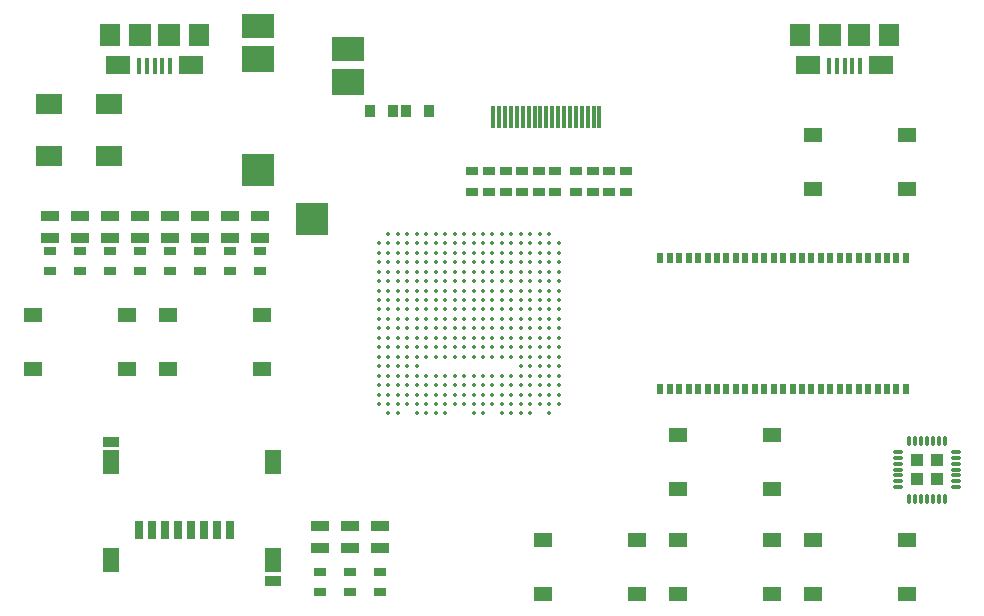
<source format=gtp>
G04 #@! TF.GenerationSoftware,KiCad,Pcbnew,5.0.0-rc2-dev-unknown+dfsg1+20180318-3*
G04 #@! TF.CreationDate,2018-05-29T17:53:08+02:00*
G04 #@! TF.ProjectId,ulx3s,756C7833732E6B696361645F70636200,rev?*
G04 #@! TF.SameCoordinates,Original*
G04 #@! TF.FileFunction,Paste,Top*
G04 #@! TF.FilePolarity,Positive*
%FSLAX46Y46*%
G04 Gerber Fmt 4.6, Leading zero omitted, Abs format (unit mm)*
G04 Created by KiCad (PCBNEW 5.0.0-rc2-dev-unknown+dfsg1+20180318-3) date Tue May 29 17:53:08 2018*
%MOMM*%
%LPD*%
G01*
G04 APERTURE LIST*
%ADD10R,2.100000X1.600000*%
%ADD11R,1.900000X1.900000*%
%ADD12R,0.400000X1.350000*%
%ADD13R,1.800000X1.900000*%
%ADD14O,0.850000X0.300000*%
%ADD15O,0.300000X0.850000*%
%ADD16R,1.005000X1.005000*%
%ADD17R,1.550000X1.300000*%
%ADD18C,0.350000*%
%ADD19R,2.800000X2.000000*%
%ADD20R,2.800000X2.200000*%
%ADD21R,2.800000X2.800000*%
%ADD22R,0.700000X1.500000*%
%ADD23R,1.450000X0.900000*%
%ADD24R,1.450000X2.000000*%
%ADD25R,2.200000X1.800000*%
%ADD26R,0.560000X0.900000*%
%ADD27R,1.000000X0.670000*%
%ADD28R,1.500000X0.970000*%
%ADD29R,0.300000X1.900000*%
%ADD30R,0.845000X1.000000*%
G04 APERTURE END LIST*
D10*
X114980000Y-65875000D03*
X108780000Y-65875000D03*
D11*
X113080000Y-63325000D03*
X110680000Y-63325000D03*
D12*
X113180000Y-66000000D03*
X112530000Y-66000000D03*
X111880000Y-66000000D03*
X111230000Y-66000000D03*
X110580000Y-66000000D03*
D13*
X115680000Y-63325000D03*
X108080000Y-63325000D03*
D10*
X173400000Y-65875000D03*
X167200000Y-65875000D03*
D11*
X171500000Y-63325000D03*
X169100000Y-63325000D03*
D12*
X171600000Y-66000000D03*
X170950000Y-66000000D03*
X170300000Y-66000000D03*
X169650000Y-66000000D03*
X169000000Y-66000000D03*
D13*
X174100000Y-63325000D03*
X166500000Y-63325000D03*
D14*
X179735000Y-101655000D03*
X179735000Y-101155000D03*
X179735000Y-100655000D03*
X179735000Y-100155000D03*
X179735000Y-99655000D03*
X179735000Y-99155000D03*
X179735000Y-98655000D03*
D15*
X178785000Y-97705000D03*
X178285000Y-97705000D03*
X177785000Y-97705000D03*
X177285000Y-97705000D03*
X176785000Y-97705000D03*
X176285000Y-97705000D03*
X175785000Y-97705000D03*
D14*
X174835000Y-98655000D03*
X174835000Y-99155000D03*
X174835000Y-99655000D03*
X174835000Y-100155000D03*
X174835000Y-100655000D03*
X174835000Y-101155000D03*
X174835000Y-101655000D03*
D15*
X175785000Y-102605000D03*
X176285000Y-102605000D03*
X176785000Y-102605000D03*
X177285000Y-102605000D03*
X177785000Y-102605000D03*
X178285000Y-102605000D03*
X178785000Y-102605000D03*
D16*
X176447500Y-99317500D03*
X176447500Y-100992500D03*
X178122500Y-99317500D03*
X178122500Y-100992500D03*
D17*
X175550000Y-71870000D03*
X175550000Y-76370000D03*
X167590000Y-76370000D03*
X167590000Y-71870000D03*
X101550000Y-91610000D03*
X101550000Y-87110000D03*
X109510000Y-87110000D03*
X109510000Y-91610000D03*
X112980000Y-91610000D03*
X112980000Y-87110000D03*
X120940000Y-87110000D03*
X120940000Y-91610000D03*
X156160000Y-101770000D03*
X156160000Y-97270000D03*
X164120000Y-97270000D03*
X164120000Y-101770000D03*
X164120000Y-106160000D03*
X164120000Y-110660000D03*
X156160000Y-110660000D03*
X156160000Y-106160000D03*
X152690000Y-106160000D03*
X152690000Y-110660000D03*
X144730000Y-110660000D03*
X144730000Y-106160000D03*
X175550000Y-106160000D03*
X175550000Y-110660000D03*
X167590000Y-110660000D03*
X167590000Y-106160000D03*
D18*
X131680000Y-80200000D03*
X132480000Y-80200000D03*
X133280000Y-80200000D03*
X134080000Y-80200000D03*
X134880000Y-80200000D03*
X135680000Y-80200000D03*
X136480000Y-80200000D03*
X137280000Y-80200000D03*
X138080000Y-80200000D03*
X138880000Y-80200000D03*
X139680000Y-80200000D03*
X140480000Y-80200000D03*
X141280000Y-80200000D03*
X142080000Y-80200000D03*
X142880000Y-80200000D03*
X143680000Y-80200000D03*
X144480000Y-80200000D03*
X145280000Y-80200000D03*
X130880000Y-81000000D03*
X131680000Y-81000000D03*
X132480000Y-81000000D03*
X133280000Y-81000000D03*
X134080000Y-81000000D03*
X134880000Y-81000000D03*
X135680000Y-81000000D03*
X136480000Y-81000000D03*
X137280000Y-81000000D03*
X138080000Y-81000000D03*
X138880000Y-81000000D03*
X139680000Y-81000000D03*
X140480000Y-81000000D03*
X141280000Y-81000000D03*
X142080000Y-81000000D03*
X142880000Y-81000000D03*
X143680000Y-81000000D03*
X144480000Y-81000000D03*
X145280000Y-81000000D03*
X146080000Y-81000000D03*
X130880000Y-81800000D03*
X131680000Y-81800000D03*
X132480000Y-81800000D03*
X133280000Y-81800000D03*
X134080000Y-81800000D03*
X134880000Y-81800000D03*
X135680000Y-81800000D03*
X136480000Y-81800000D03*
X137280000Y-81800000D03*
X138080000Y-81800000D03*
X138880000Y-81800000D03*
X139680000Y-81800000D03*
X140480000Y-81800000D03*
X141280000Y-81800000D03*
X142080000Y-81800000D03*
X142880000Y-81800000D03*
X143680000Y-81800000D03*
X144480000Y-81800000D03*
X145280000Y-81800000D03*
X146080000Y-81800000D03*
X130880000Y-82600000D03*
X131680000Y-82600000D03*
X132480000Y-82600000D03*
X133280000Y-82600000D03*
X134080000Y-82600000D03*
X134880000Y-82600000D03*
X135680000Y-82600000D03*
X136480000Y-82600000D03*
X137280000Y-82600000D03*
X138080000Y-82600000D03*
X138880000Y-82600000D03*
X139680000Y-82600000D03*
X140480000Y-82600000D03*
X141280000Y-82600000D03*
X142080000Y-82600000D03*
X142880000Y-82600000D03*
X143680000Y-82600000D03*
X144480000Y-82600000D03*
X145280000Y-82600000D03*
X146080000Y-82600000D03*
X130880000Y-83400000D03*
X131680000Y-83400000D03*
X132480000Y-83400000D03*
X133280000Y-83400000D03*
X134080000Y-83400000D03*
X134880000Y-83400000D03*
X135680000Y-83400000D03*
X136480000Y-83400000D03*
X137280000Y-83400000D03*
X138080000Y-83400000D03*
X138880000Y-83400000D03*
X139680000Y-83400000D03*
X140480000Y-83400000D03*
X141280000Y-83400000D03*
X142080000Y-83400000D03*
X142880000Y-83400000D03*
X143680000Y-83400000D03*
X144480000Y-83400000D03*
X145280000Y-83400000D03*
X146080000Y-83400000D03*
X130880000Y-84200000D03*
X131680000Y-84200000D03*
X132480000Y-84200000D03*
X133280000Y-84200000D03*
X134080000Y-84200000D03*
X134880000Y-84200000D03*
X135680000Y-84200000D03*
X136480000Y-84200000D03*
X137280000Y-84200000D03*
X138080000Y-84200000D03*
X138880000Y-84200000D03*
X139680000Y-84200000D03*
X140480000Y-84200000D03*
X141280000Y-84200000D03*
X142080000Y-84200000D03*
X142880000Y-84200000D03*
X143680000Y-84200000D03*
X144480000Y-84200000D03*
X145280000Y-84200000D03*
X146080000Y-84200000D03*
X130880000Y-85000000D03*
X131680000Y-85000000D03*
X132480000Y-85000000D03*
X133280000Y-85000000D03*
X134080000Y-85000000D03*
X134880000Y-85000000D03*
X135680000Y-85000000D03*
X136480000Y-85000000D03*
X137280000Y-85000000D03*
X138080000Y-85000000D03*
X138880000Y-85000000D03*
X139680000Y-85000000D03*
X140480000Y-85000000D03*
X141280000Y-85000000D03*
X142080000Y-85000000D03*
X142880000Y-85000000D03*
X143680000Y-85000000D03*
X144480000Y-85000000D03*
X145280000Y-85000000D03*
X146080000Y-85000000D03*
X130880000Y-85800000D03*
X131680000Y-85800000D03*
X132480000Y-85800000D03*
X133280000Y-85800000D03*
X134080000Y-85800000D03*
X134880000Y-85800000D03*
X135680000Y-85800000D03*
X136480000Y-85800000D03*
X137280000Y-85800000D03*
X138080000Y-85800000D03*
X138880000Y-85800000D03*
X139680000Y-85800000D03*
X140480000Y-85800000D03*
X141280000Y-85800000D03*
X142080000Y-85800000D03*
X142880000Y-85800000D03*
X143680000Y-85800000D03*
X144480000Y-85800000D03*
X145280000Y-85800000D03*
X146080000Y-85800000D03*
X130880000Y-86600000D03*
X131680000Y-86600000D03*
X132480000Y-86600000D03*
X133280000Y-86600000D03*
X134080000Y-86600000D03*
X134880000Y-86600000D03*
X135680000Y-86600000D03*
X136480000Y-86600000D03*
X137280000Y-86600000D03*
X138080000Y-86600000D03*
X138880000Y-86600000D03*
X139680000Y-86600000D03*
X140480000Y-86600000D03*
X141280000Y-86600000D03*
X142080000Y-86600000D03*
X142880000Y-86600000D03*
X143680000Y-86600000D03*
X144480000Y-86600000D03*
X145280000Y-86600000D03*
X146080000Y-86600000D03*
X130880000Y-87400000D03*
X131680000Y-87400000D03*
X132480000Y-87400000D03*
X133280000Y-87400000D03*
X134080000Y-87400000D03*
X134880000Y-87400000D03*
X135680000Y-87400000D03*
X136480000Y-87400000D03*
X137280000Y-87400000D03*
X138080000Y-87400000D03*
X138880000Y-87400000D03*
X139680000Y-87400000D03*
X140480000Y-87400000D03*
X141280000Y-87400000D03*
X142080000Y-87400000D03*
X142880000Y-87400000D03*
X143680000Y-87400000D03*
X144480000Y-87400000D03*
X145280000Y-87400000D03*
X146080000Y-87400000D03*
X130880000Y-88200000D03*
X131680000Y-88200000D03*
X132480000Y-88200000D03*
X133280000Y-88200000D03*
X134080000Y-88200000D03*
X134880000Y-88200000D03*
X135680000Y-88200000D03*
X136480000Y-88200000D03*
X137280000Y-88200000D03*
X138080000Y-88200000D03*
X138880000Y-88200000D03*
X139680000Y-88200000D03*
X140480000Y-88200000D03*
X141280000Y-88200000D03*
X142080000Y-88200000D03*
X142880000Y-88200000D03*
X143680000Y-88200000D03*
X144480000Y-88200000D03*
X145280000Y-88200000D03*
X146080000Y-88200000D03*
X130880000Y-89000000D03*
X131680000Y-89000000D03*
X132480000Y-89000000D03*
X133280000Y-89000000D03*
X134080000Y-89000000D03*
X134880000Y-89000000D03*
X135680000Y-89000000D03*
X136480000Y-89000000D03*
X137280000Y-89000000D03*
X138080000Y-89000000D03*
X138880000Y-89000000D03*
X139680000Y-89000000D03*
X140480000Y-89000000D03*
X141280000Y-89000000D03*
X142080000Y-89000000D03*
X142880000Y-89000000D03*
X143680000Y-89000000D03*
X144480000Y-89000000D03*
X145280000Y-89000000D03*
X146080000Y-89000000D03*
X130880000Y-89800000D03*
X131680000Y-89800000D03*
X132480000Y-89800000D03*
X133280000Y-89800000D03*
X134080000Y-89800000D03*
X134880000Y-89800000D03*
X135680000Y-89800000D03*
X136480000Y-89800000D03*
X137280000Y-89800000D03*
X138080000Y-89800000D03*
X138880000Y-89800000D03*
X139680000Y-89800000D03*
X140480000Y-89800000D03*
X141280000Y-89800000D03*
X142080000Y-89800000D03*
X142880000Y-89800000D03*
X143680000Y-89800000D03*
X144480000Y-89800000D03*
X145280000Y-89800000D03*
X146080000Y-89800000D03*
X130880000Y-90600000D03*
X131680000Y-90600000D03*
X132480000Y-90600000D03*
X133280000Y-90600000D03*
X134080000Y-90600000D03*
X134880000Y-90600000D03*
X135680000Y-90600000D03*
X136480000Y-90600000D03*
X137280000Y-90600000D03*
X138080000Y-90600000D03*
X138880000Y-90600000D03*
X139680000Y-90600000D03*
X140480000Y-90600000D03*
X141280000Y-90600000D03*
X142080000Y-90600000D03*
X142880000Y-90600000D03*
X143680000Y-90600000D03*
X144480000Y-90600000D03*
X145280000Y-90600000D03*
X146080000Y-90600000D03*
X130880000Y-91400000D03*
X131680000Y-91400000D03*
X132480000Y-91400000D03*
X133280000Y-91400000D03*
X134080000Y-91400000D03*
X142880000Y-91400000D03*
X143680000Y-91400000D03*
X144480000Y-91400000D03*
X145280000Y-91400000D03*
X146080000Y-91400000D03*
X130880000Y-92200000D03*
X131680000Y-92200000D03*
X132480000Y-92200000D03*
X133280000Y-92200000D03*
X134080000Y-92200000D03*
X134880000Y-92200000D03*
X135680000Y-92200000D03*
X136480000Y-92200000D03*
X137280000Y-92200000D03*
X138080000Y-92200000D03*
X138880000Y-92200000D03*
X139680000Y-92200000D03*
X140480000Y-92200000D03*
X141280000Y-92200000D03*
X142080000Y-92200000D03*
X142880000Y-92200000D03*
X143680000Y-92200000D03*
X144480000Y-92200000D03*
X145280000Y-92200000D03*
X146080000Y-92200000D03*
X130880000Y-93000000D03*
X131680000Y-93000000D03*
X132480000Y-93000000D03*
X133280000Y-93000000D03*
X134080000Y-93000000D03*
X134880000Y-93000000D03*
X135680000Y-93000000D03*
X136480000Y-93000000D03*
X137280000Y-93000000D03*
X138080000Y-93000000D03*
X138880000Y-93000000D03*
X139680000Y-93000000D03*
X140480000Y-93000000D03*
X141280000Y-93000000D03*
X142080000Y-93000000D03*
X142880000Y-93000000D03*
X143680000Y-93000000D03*
X144480000Y-93000000D03*
X145280000Y-93000000D03*
X146080000Y-93000000D03*
X130880000Y-93800000D03*
X131680000Y-93800000D03*
X132480000Y-93800000D03*
X133280000Y-93800000D03*
X134080000Y-93800000D03*
X134880000Y-93800000D03*
X135680000Y-93800000D03*
X136480000Y-93800000D03*
X137280000Y-93800000D03*
X138080000Y-93800000D03*
X138880000Y-93800000D03*
X139680000Y-93800000D03*
X140480000Y-93800000D03*
X141280000Y-93800000D03*
X142080000Y-93800000D03*
X142880000Y-93800000D03*
X143680000Y-93800000D03*
X144480000Y-93800000D03*
X145280000Y-93800000D03*
X146080000Y-93800000D03*
X130880000Y-94600000D03*
X131680000Y-94600000D03*
X132480000Y-94600000D03*
X133280000Y-94600000D03*
X134080000Y-94600000D03*
X134880000Y-94600000D03*
X135680000Y-94600000D03*
X136480000Y-94600000D03*
X137280000Y-94600000D03*
X138080000Y-94600000D03*
X138880000Y-94600000D03*
X139680000Y-94600000D03*
X140480000Y-94600000D03*
X141280000Y-94600000D03*
X142080000Y-94600000D03*
X142880000Y-94600000D03*
X143680000Y-94600000D03*
X144480000Y-94600000D03*
X145280000Y-94600000D03*
X146080000Y-94600000D03*
X131680000Y-95400000D03*
X132480000Y-95400000D03*
X134080000Y-95400000D03*
X134880000Y-95400000D03*
X135680000Y-95400000D03*
X136480000Y-95400000D03*
X138880000Y-95400000D03*
X139680000Y-95400000D03*
X141280000Y-95400000D03*
X142080000Y-95400000D03*
X142880000Y-95400000D03*
X143680000Y-95400000D03*
X145280000Y-95400000D03*
D19*
X120668000Y-62618000D03*
D20*
X120668000Y-65418000D03*
D21*
X120668000Y-74818000D03*
X125218000Y-78918000D03*
D20*
X128268000Y-67318000D03*
D19*
X128268000Y-64518000D03*
D22*
X118250000Y-105250000D03*
X117150000Y-105250000D03*
X116050000Y-105250000D03*
X114950000Y-105250000D03*
X113850000Y-105250000D03*
X112750000Y-105250000D03*
X111650000Y-105250000D03*
X110550000Y-105250000D03*
D23*
X121925000Y-109550000D03*
X108175000Y-97850000D03*
D24*
X108175000Y-107850000D03*
X121925000Y-107850000D03*
X121925000Y-99550000D03*
X108175000Y-99550000D03*
D25*
X108040000Y-69220000D03*
X102960000Y-69220000D03*
X102960000Y-73620000D03*
X108040000Y-73620000D03*
D26*
X175493000Y-82270000D03*
X154693000Y-93330000D03*
X155493000Y-93330000D03*
X156293000Y-93330000D03*
X157093000Y-93330000D03*
X157893000Y-93330000D03*
X158693000Y-93330000D03*
X159493000Y-93330000D03*
X160293000Y-93330000D03*
X161093000Y-93330000D03*
X161893000Y-93330000D03*
X162693000Y-93330000D03*
X163493000Y-93330000D03*
X164293000Y-93330000D03*
X165093000Y-93330000D03*
X165893000Y-93330000D03*
X166693000Y-93330000D03*
X167493000Y-93330000D03*
X168293000Y-93330000D03*
X169093000Y-93330000D03*
X169893000Y-93330000D03*
X170693000Y-93330000D03*
X171493000Y-93330000D03*
X172293000Y-93330000D03*
X173093000Y-93330000D03*
X173893000Y-93330000D03*
X174693000Y-93330000D03*
X175493000Y-93330000D03*
X174693000Y-82270000D03*
X173893000Y-82270000D03*
X173093000Y-82270000D03*
X172293000Y-82270000D03*
X171493000Y-82270000D03*
X170693000Y-82270000D03*
X169893000Y-82270000D03*
X169093000Y-82270000D03*
X168293000Y-82270000D03*
X167493000Y-82270000D03*
X166693000Y-82270000D03*
X165893000Y-82270000D03*
X165093000Y-82270000D03*
X164293000Y-82270000D03*
X163493000Y-82270000D03*
X162693000Y-82270000D03*
X161893000Y-82270000D03*
X161093000Y-82270000D03*
X160293000Y-82270000D03*
X159493000Y-82270000D03*
X158693000Y-82270000D03*
X157893000Y-82270000D03*
X157093000Y-82270000D03*
X156293000Y-82270000D03*
X155493000Y-82270000D03*
X154693000Y-82270000D03*
D27*
X150361000Y-76646000D03*
X150361000Y-74896000D03*
X151758000Y-74896000D03*
X151758000Y-76646000D03*
X140201000Y-74896000D03*
X140201000Y-76646000D03*
X142995000Y-76646000D03*
X142995000Y-74896000D03*
X145789000Y-76646000D03*
X145789000Y-74896000D03*
X148964000Y-74896000D03*
X148964000Y-76646000D03*
X138742800Y-76638600D03*
X138742800Y-74888600D03*
X141598000Y-74896000D03*
X141598000Y-76646000D03*
X144392000Y-74896000D03*
X144392000Y-76646000D03*
X147567000Y-76634000D03*
X147567000Y-74884000D03*
D28*
X130930000Y-106825000D03*
X130930000Y-104915000D03*
X120770000Y-78644000D03*
X120770000Y-80554000D03*
X118230000Y-80554000D03*
X118230000Y-78644000D03*
X115690000Y-78644000D03*
X115690000Y-80554000D03*
X113150000Y-78644000D03*
X113150000Y-80554000D03*
X110610000Y-80554000D03*
X110610000Y-78644000D03*
X108070000Y-80554000D03*
X108070000Y-78644000D03*
X105545000Y-78644000D03*
X105545000Y-80554000D03*
X102990000Y-80554000D03*
X102990000Y-78644000D03*
X128390000Y-106825000D03*
X128390000Y-104915000D03*
X125850000Y-104915000D03*
X125850000Y-106825000D03*
D29*
X149546000Y-70312000D03*
X149046000Y-70312000D03*
X148546000Y-70312000D03*
X148046000Y-70312000D03*
X147546000Y-70312000D03*
X147046000Y-70312000D03*
X146546000Y-70312000D03*
X146046000Y-70312000D03*
X145546000Y-70312000D03*
X145046000Y-70312000D03*
X144546000Y-70312000D03*
X144046000Y-70312000D03*
X143546000Y-70312000D03*
X143046000Y-70312000D03*
X142546000Y-70312000D03*
X142046000Y-70312000D03*
X141546000Y-70312000D03*
X141046000Y-70312000D03*
X140546000Y-70312000D03*
D27*
X120770000Y-83377000D03*
X120770000Y-81627000D03*
X118230000Y-81627000D03*
X118230000Y-83377000D03*
X115690000Y-83377000D03*
X115690000Y-81627000D03*
X113150000Y-81627000D03*
X113150000Y-83377000D03*
X110610000Y-81627000D03*
X110610000Y-83377000D03*
X108070000Y-83377000D03*
X108070000Y-81627000D03*
X105530000Y-81627000D03*
X105530000Y-83377000D03*
X102990000Y-83377000D03*
X102990000Y-81627000D03*
X128390000Y-110555000D03*
X128390000Y-108805000D03*
X130930000Y-110555000D03*
X130930000Y-108805000D03*
X125850000Y-108805000D03*
X125850000Y-110555000D03*
D30*
X130123501Y-69814500D03*
X132048501Y-69814500D03*
X135082500Y-69814500D03*
X133157500Y-69814500D03*
M02*

</source>
